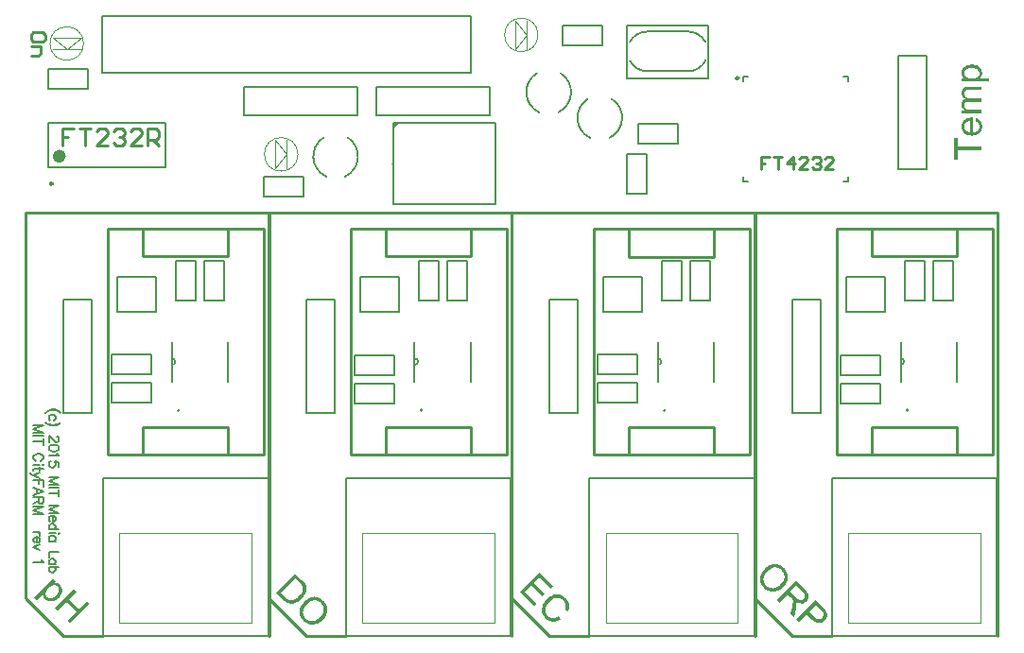
<source format=gto>
%FSLAX25Y25*%
%MOIN*%
G70*
G01*
G75*
%ADD10R,0.04331X0.05512*%
%ADD11R,0.05512X0.04331*%
%ADD12R,0.07900X0.05900*%
%ADD13R,0.07900X0.15000*%
%ADD14R,0.04000X0.05000*%
%ADD15R,0.13780X0.04724*%
%ADD16R,0.05000X0.03600*%
%ADD17R,0.03600X0.03600*%
%ADD18R,0.05000X0.04000*%
%ADD19R,0.02362X0.06102*%
%ADD20O,0.01378X0.08268*%
%ADD21R,0.17716X0.17716*%
%ADD22O,0.00984X0.02953*%
%ADD23O,0.02953X0.00984*%
%ADD24C,0.01000*%
%ADD25C,0.02500*%
%ADD26R,0.06200X0.06200*%
%ADD27C,0.06200*%
%ADD28C,0.05315*%
%ADD29R,0.05315X0.05315*%
%ADD30R,0.06200X0.06200*%
%ADD31C,0.12992*%
%ADD32C,0.06500*%
%ADD33C,0.03000*%
%ADD34C,0.01500*%
%ADD35C,0.02000*%
%ADD36R,0.20965X0.19882*%
%ADD37C,0.00787*%
%ADD38C,0.00500*%
%ADD39C,0.00400*%
%ADD40C,0.00600*%
%ADD41C,0.00984*%
%ADD42C,0.02362*%
%ADD43C,0.00098*%
%ADD44C,0.00098*%
G36*
X202335Y114312D02*
X202497Y114292D01*
X202689Y114261D01*
X202911Y114221D01*
X203143Y114170D01*
X203386Y114090D01*
X203648Y114009D01*
X203921Y113898D01*
X204204Y113756D01*
X204486Y113595D01*
X204769Y113413D01*
X205052Y113191D01*
X205324Y112938D01*
X205334Y112928D01*
X205365Y112898D01*
X205415Y112847D01*
X205476Y112767D01*
X205557Y112686D01*
X205637Y112585D01*
X205728Y112454D01*
X205829Y112312D01*
X206041Y111999D01*
X206243Y111636D01*
X206425Y111232D01*
X206506Y111010D01*
X206566Y110788D01*
X206576Y110777D01*
Y110737D01*
X206587Y110667D01*
X206607Y110586D01*
X206627Y110465D01*
X206647Y110343D01*
X206667Y110040D01*
X206677Y109667D01*
X206657Y109263D01*
X206587Y108829D01*
X206465Y108384D01*
X206455Y108374D01*
X206445Y108324D01*
X206425Y108263D01*
X206384Y108183D01*
X206334Y108071D01*
X206284Y107940D01*
X206213Y107809D01*
X206132Y107647D01*
X206051Y107486D01*
X205940Y107314D01*
X205829Y107122D01*
X205698Y106930D01*
X205395Y106547D01*
X205042Y106153D01*
X205031Y106143D01*
X204991Y106102D01*
X204941Y106052D01*
X204860Y105991D01*
X204769Y105900D01*
X204648Y105799D01*
X204527Y105699D01*
X204375Y105587D01*
X204042Y105355D01*
X203648Y105123D01*
X203224Y104901D01*
X202770Y104729D01*
X202760Y104719D01*
X202719D01*
X202648Y104689D01*
X202558Y104679D01*
X202447Y104648D01*
X202325Y104628D01*
X202012Y104578D01*
X201639Y104547D01*
X201235D01*
X200801Y104578D01*
X200356Y104679D01*
X200346Y104689D01*
X200306D01*
X200235Y104719D01*
X200165Y104749D01*
X200063Y104790D01*
X199932Y104840D01*
X199801Y104891D01*
X199660Y104972D01*
X199498Y105052D01*
X199337Y105133D01*
X198983Y105345D01*
X198640Y105608D01*
X198296Y105911D01*
X198286Y105921D01*
X198256Y105951D01*
X198206Y106001D01*
X198145Y106082D01*
X198054Y106173D01*
X197973Y106274D01*
X197882Y106405D01*
X197782Y106547D01*
X197559Y106870D01*
X197347Y107243D01*
X197166Y107647D01*
X197085Y107870D01*
X197024Y108092D01*
Y108112D01*
X197014Y108142D01*
X197004Y108213D01*
X196984Y108293D01*
X196974Y108405D01*
X196964Y108536D01*
X196933Y108849D01*
Y109212D01*
X196953Y109616D01*
X197024Y110050D01*
X197145Y110495D01*
X197155Y110505D01*
X197166Y110555D01*
X197196Y110606D01*
X197226Y110697D01*
X197266Y110798D01*
X197327Y110919D01*
X197398Y111050D01*
X197468Y111202D01*
X197549Y111363D01*
X197650Y111525D01*
X197882Y111878D01*
X198155Y112232D01*
X198468Y112585D01*
X198488Y112605D01*
X198539Y112656D01*
X198640Y112736D01*
X198761Y112858D01*
X198923Y112979D01*
X199104Y113120D01*
X199316Y113272D01*
X199538Y113433D01*
X199801Y113595D01*
X200074Y113746D01*
X200366Y113898D01*
X200679Y114029D01*
X201003Y114150D01*
X201326Y114231D01*
X201669Y114292D01*
X202022Y114322D01*
X202204D01*
X202335Y114312D01*
D02*
G37*
G36*
X364697Y125905D02*
X364858Y125885D01*
X365050Y125854D01*
X365272Y125814D01*
X365504Y125763D01*
X365747Y125683D01*
X366009Y125602D01*
X366282Y125491D01*
X366565Y125349D01*
X366847Y125188D01*
X367130Y125006D01*
X367413Y124784D01*
X367685Y124531D01*
X367695Y124521D01*
X367726Y124491D01*
X367776Y124441D01*
X367837Y124360D01*
X367918Y124279D01*
X367998Y124178D01*
X368089Y124047D01*
X368190Y123906D01*
X368402Y123592D01*
X368604Y123229D01*
X368786Y122825D01*
X368867Y122603D01*
X368927Y122381D01*
X368937Y122371D01*
Y122330D01*
X368948Y122260D01*
X368968Y122179D01*
X368988Y122058D01*
X369008Y121937D01*
X369028Y121634D01*
X369039Y121260D01*
X369018Y120856D01*
X368948Y120422D01*
X368826Y119978D01*
X368816Y119967D01*
X368806Y119917D01*
X368786Y119856D01*
X368746Y119776D01*
X368695Y119665D01*
X368645Y119533D01*
X368574Y119402D01*
X368493Y119240D01*
X368412Y119079D01*
X368301Y118907D01*
X368190Y118715D01*
X368059Y118524D01*
X367756Y118140D01*
X367403Y117746D01*
X367393Y117736D01*
X367352Y117695D01*
X367302Y117645D01*
X367221Y117585D01*
X367130Y117494D01*
X367009Y117393D01*
X366888Y117292D01*
X366736Y117181D01*
X366403Y116948D01*
X366009Y116716D01*
X365585Y116494D01*
X365131Y116322D01*
X365121Y116312D01*
X365080D01*
X365010Y116282D01*
X364919Y116272D01*
X364808Y116242D01*
X364686Y116221D01*
X364373Y116171D01*
X364000Y116140D01*
X363596D01*
X363162Y116171D01*
X362718Y116272D01*
X362707Y116282D01*
X362667D01*
X362596Y116312D01*
X362526Y116342D01*
X362425Y116383D01*
X362293Y116433D01*
X362162Y116484D01*
X362021Y116565D01*
X361859Y116645D01*
X361698Y116726D01*
X361344Y116938D01*
X361001Y117201D01*
X360658Y117504D01*
X360648Y117514D01*
X360617Y117544D01*
X360567Y117595D01*
X360506Y117675D01*
X360415Y117766D01*
X360334Y117867D01*
X360244Y117999D01*
X360143Y118140D01*
X359920Y118463D01*
X359708Y118837D01*
X359527Y119240D01*
X359446Y119463D01*
X359385Y119685D01*
Y119705D01*
X359375Y119735D01*
X359365Y119806D01*
X359345Y119887D01*
X359335Y119998D01*
X359325Y120129D01*
X359294Y120442D01*
Y120806D01*
X359315Y121209D01*
X359385Y121644D01*
X359506Y122088D01*
X359517Y122098D01*
X359527Y122149D01*
X359557Y122199D01*
X359587Y122290D01*
X359628Y122391D01*
X359688Y122512D01*
X359759Y122643D01*
X359830Y122795D01*
X359910Y122956D01*
X360011Y123118D01*
X360244Y123471D01*
X360516Y123825D01*
X360829Y124178D01*
X360849Y124198D01*
X360900Y124249D01*
X361001Y124330D01*
X361122Y124451D01*
X361284Y124572D01*
X361465Y124713D01*
X361677Y124865D01*
X361900Y125026D01*
X362162Y125188D01*
X362435Y125339D01*
X362728Y125491D01*
X363041Y125622D01*
X363364Y125743D01*
X363687Y125824D01*
X364030Y125885D01*
X364384Y125915D01*
X364565D01*
X364697Y125905D01*
D02*
G37*
G36*
X118333Y116223D02*
X115536Y113426D01*
X119060Y109902D01*
X121857Y112699D01*
X122756Y111800D01*
X115960Y105004D01*
X115062Y105903D01*
X118263Y109104D01*
X114739Y112628D01*
X111538Y109427D01*
X110639Y110326D01*
X117435Y117121D01*
X118333Y116223D01*
D02*
G37*
G36*
X197711Y120309D02*
X197721Y120299D01*
X197751Y120269D01*
X197792Y120229D01*
X197842Y120178D01*
X197913Y120108D01*
X197983Y120037D01*
X198155Y119845D01*
X198337Y119643D01*
X198519Y119421D01*
X198680Y119199D01*
X198821Y118997D01*
X198832Y118987D01*
X198842Y118956D01*
X198872Y118926D01*
X198892Y118866D01*
X198973Y118724D01*
X199054Y118543D01*
X199155Y118320D01*
X199225Y118068D01*
X199296Y117795D01*
X199337Y117513D01*
X199347Y117502D01*
X199337Y117472D01*
Y117412D01*
X199347Y117341D01*
X199337Y117149D01*
X199326Y116897D01*
X199286Y116594D01*
X199225Y116271D01*
X199114Y115917D01*
X198973Y115554D01*
X198963Y115543D01*
X198953Y115513D01*
X198933Y115453D01*
X198892Y115392D01*
X198842Y115301D01*
X198791Y115190D01*
X198721Y115079D01*
X198650Y114948D01*
X198549Y114806D01*
X198448Y114665D01*
X198226Y114342D01*
X197953Y114009D01*
X197630Y113665D01*
X197620Y113655D01*
X197600Y113635D01*
X197559Y113595D01*
X197499Y113534D01*
X197418Y113474D01*
X197347Y113403D01*
X197145Y113221D01*
X196913Y113029D01*
X196641Y112837D01*
X196368Y112646D01*
X196075Y112474D01*
X196065Y112464D01*
X196035Y112454D01*
X195994Y112434D01*
X195944Y112403D01*
X195792Y112332D01*
X195610Y112252D01*
X195378Y112161D01*
X195136Y112080D01*
X194873Y111999D01*
X194621Y111949D01*
X194591Y111939D01*
X194510D01*
X194369Y111918D01*
X194217Y111908D01*
X194025Y111898D01*
X193803D01*
X193581Y111918D01*
X193369Y111949D01*
X193349D01*
X193268Y111969D01*
X193157Y111999D01*
X193026Y112050D01*
X192844Y112110D01*
X192652Y112201D01*
X192450Y112302D01*
X192228Y112423D01*
X192218Y112434D01*
X192208Y112444D01*
X192167Y112464D01*
X192127Y112484D01*
X192016Y112575D01*
X191864Y112686D01*
X191683Y112827D01*
X191481Y112989D01*
X191259Y113191D01*
X191026Y113403D01*
X188583Y115847D01*
X195378Y122642D01*
X197711Y120309D01*
D02*
G37*
G36*
X286319Y118020D02*
X285522Y117222D01*
X281503Y121241D01*
X279423Y119161D01*
X283189Y115394D01*
X282392Y114597D01*
X278625Y118363D01*
X276303Y116041D01*
X280483Y111860D01*
X279685Y111063D01*
X274606Y116142D01*
X281402Y122937D01*
X286319Y118020D01*
D02*
G37*
G36*
X288288Y115122D02*
X288723Y115031D01*
X288733Y115021D01*
X288773D01*
X288834Y115001D01*
X288914Y114960D01*
X289025Y114930D01*
X289137Y114880D01*
X289278Y114819D01*
X289419Y114758D01*
X289571Y114667D01*
X289732Y114587D01*
X290086Y114375D01*
X290429Y114112D01*
X290782Y113799D01*
X290793Y113789D01*
X290833Y113749D01*
X290883Y113698D01*
X290944Y113617D01*
X291025Y113516D01*
X291116Y113405D01*
X291217Y113284D01*
X291328Y113133D01*
X291520Y112800D01*
X291722Y112416D01*
X291802Y112214D01*
X291873Y112002D01*
X291934Y111780D01*
X291974Y111557D01*
Y111537D01*
X291984Y111507D01*
X291994Y111436D01*
Y111355D01*
Y111234D01*
Y111113D01*
X291984Y110962D01*
Y110800D01*
X291964Y110618D01*
X291934Y110426D01*
X291903Y110235D01*
X291853Y110023D01*
X291792Y109801D01*
X291711Y109578D01*
X291611Y109356D01*
X291499Y109124D01*
X290399Y109801D01*
X290409Y109811D01*
X290419Y109841D01*
X290449Y109891D01*
X290480Y109962D01*
X290510Y110053D01*
X290550Y110154D01*
X290631Y110396D01*
X290712Y110659D01*
X290772Y110962D01*
X290803Y111275D01*
X290782Y111578D01*
X290772Y111608D01*
X290752Y111709D01*
X290722Y111860D01*
X290651Y112052D01*
X290550Y112274D01*
X290419Y112527D01*
X290237Y112789D01*
X290005Y113042D01*
X289995Y113052D01*
X289975Y113072D01*
X289924Y113123D01*
X289864Y113163D01*
X289793Y113234D01*
X289712Y113294D01*
X289500Y113446D01*
X289248Y113617D01*
X288955Y113769D01*
X288652Y113890D01*
X288309Y113971D01*
X288299Y113981D01*
X288268Y113971D01*
X288157Y113981D01*
X287975Y114001D01*
X287753D01*
X287481Y113971D01*
X287188Y113920D01*
X286875Y113829D01*
X286562Y113698D01*
X286552Y113688D01*
X286521Y113678D01*
X286481Y113658D01*
X286420Y113617D01*
X286350Y113587D01*
X286259Y113537D01*
X286067Y113405D01*
X285825Y113244D01*
X285562Y113062D01*
X285310Y112850D01*
X285047Y112608D01*
X285037Y112598D01*
X285007Y112567D01*
X284966Y112527D01*
X284906Y112466D01*
X284835Y112375D01*
X284744Y112285D01*
X284663Y112183D01*
X284562Y112062D01*
X284361Y111800D01*
X284148Y111487D01*
X283957Y111174D01*
X283785Y110841D01*
X283775Y110830D01*
X283765Y110800D01*
X283755Y110750D01*
X283734Y110689D01*
X283674Y110507D01*
X283613Y110285D01*
X283563Y110013D01*
X283543Y109730D01*
Y109407D01*
X283593Y109094D01*
X283603Y109084D01*
Y109063D01*
X283613Y109013D01*
X283633Y108952D01*
X283694Y108791D01*
X283785Y108599D01*
X283896Y108367D01*
X284047Y108114D01*
X284219Y107862D01*
X284441Y107620D01*
X284451Y107609D01*
X284472Y107589D01*
X284512Y107549D01*
X284573Y107508D01*
X284643Y107438D01*
X284724Y107377D01*
X284936Y107226D01*
X285189Y107094D01*
X285471Y106953D01*
X285804Y106842D01*
X285966Y106802D01*
X286148Y106781D01*
X286410D01*
X286501Y106791D01*
X286754Y106822D01*
X287056Y106882D01*
X287400Y106983D01*
X287773Y107135D01*
X288157Y107357D01*
X288824Y106226D01*
X288813Y106216D01*
X288763Y106186D01*
X288692Y106155D01*
X288591Y106095D01*
X288460Y106044D01*
X288309Y105974D01*
X288157Y105903D01*
X287965Y105832D01*
X287551Y105701D01*
X287107Y105600D01*
X286855Y105570D01*
X286612Y105550D01*
X286360Y105539D01*
X286117Y105560D01*
X286097D01*
X286067Y105570D01*
X285996Y105580D01*
X285895Y105600D01*
X285784Y105630D01*
X285643Y105671D01*
X285502Y105711D01*
X285330Y105782D01*
X285148Y105842D01*
X284956Y105933D01*
X284764Y106024D01*
X284562Y106145D01*
X284350Y106277D01*
X284148Y106418D01*
X283946Y106600D01*
X283745Y106781D01*
X283734Y106791D01*
X283694Y106832D01*
X283644Y106882D01*
X283573Y106973D01*
X283482Y107064D01*
X283381Y107185D01*
X283280Y107327D01*
X283169Y107478D01*
X282937Y107811D01*
X282715Y108195D01*
X282533Y108599D01*
X282452Y108801D01*
X282402Y109013D01*
Y109033D01*
X282392Y109063D01*
Y109124D01*
X282371Y109205D01*
X282361Y109316D01*
X282351Y109427D01*
Y109730D01*
X282361Y110083D01*
X282402Y110487D01*
X282492Y110901D01*
X282644Y111355D01*
X282654Y111366D01*
X282674Y111406D01*
X282694Y111467D01*
X282745Y111557D01*
X282785Y111658D01*
X282856Y111790D01*
X282927Y111921D01*
X283017Y112072D01*
X283108Y112244D01*
X283220Y112416D01*
X283482Y112779D01*
X283775Y113153D01*
X284118Y113537D01*
X284128Y113547D01*
X284169Y113587D01*
X284219Y113638D01*
X284310Y113708D01*
X284401Y113799D01*
X284512Y113890D01*
X284643Y114001D01*
X284795Y114112D01*
X285138Y114355D01*
X285522Y114597D01*
X285936Y114809D01*
X286370Y114980D01*
X286380Y114991D01*
X286420D01*
X286481Y115011D01*
X286572Y115041D01*
X286683Y115051D01*
X286814Y115082D01*
X287107Y115132D01*
X287460Y115162D01*
X287864D01*
X288288Y115122D01*
D02*
G37*
G36*
X374996Y116979D02*
X375006Y116969D01*
X375036Y116938D01*
X375087Y116888D01*
X375148Y116827D01*
X375208Y116746D01*
X375299Y116656D01*
X375491Y116443D01*
X375683Y116191D01*
X375874Y115939D01*
X376046Y115666D01*
X376117Y115535D01*
X376177Y115413D01*
X376187Y115403D01*
Y115383D01*
X376228Y115302D01*
X376258Y115171D01*
X376299Y114989D01*
X376329Y114777D01*
X376349Y114535D01*
X376339Y114283D01*
X376289Y114010D01*
X376278Y113980D01*
X376258Y113879D01*
X376208Y113747D01*
X376137Y113556D01*
X376036Y113354D01*
X375915Y113131D01*
X375753Y112909D01*
X375561Y112697D01*
X375551Y112687D01*
X375531Y112667D01*
X375491Y112627D01*
X375430Y112586D01*
X375370Y112526D01*
X375289Y112465D01*
X375077Y112334D01*
X374834Y112192D01*
X374542Y112081D01*
X374219Y111980D01*
X374037Y111960D01*
X373865Y111950D01*
X373764D01*
X373693Y111960D01*
X373603Y111970D01*
X373502Y111990D01*
X373380Y112011D01*
X373249Y112041D01*
X373098Y112091D01*
X372936Y112132D01*
X372764Y112203D01*
X372583Y112283D01*
X372401Y112384D01*
X372199Y112485D01*
X372007Y112617D01*
X371795Y112768D01*
X371805Y112738D01*
X371825Y112677D01*
X371856Y112586D01*
X371886Y112455D01*
X371967Y112172D01*
X371977Y112021D01*
X371997Y111879D01*
Y111839D01*
X372007Y111748D01*
X371997Y111597D01*
X371987Y111385D01*
X371967Y111142D01*
X371936Y110870D01*
X371896Y110567D01*
X371835Y110244D01*
X371169Y107214D01*
X370048Y108335D01*
X370553Y110637D01*
X370563Y110647D01*
Y110688D01*
X370573Y110738D01*
X370583Y110809D01*
X370624Y110991D01*
X370674Y111223D01*
X370725Y111476D01*
X370765Y111738D01*
X370806Y112001D01*
X370836Y112233D01*
Y112253D01*
X370846Y112324D01*
X370856Y112435D01*
X370866Y112566D01*
X370876Y112859D01*
X370856Y113000D01*
X370836Y113142D01*
Y113162D01*
X370826Y113192D01*
X370806Y113253D01*
X370775Y113344D01*
X370705Y113535D01*
X370604Y113737D01*
X370594Y113747D01*
X370583Y113778D01*
X370543Y113818D01*
X370503Y113879D01*
X370442Y113960D01*
X370361Y114040D01*
X370270Y114151D01*
X370149Y114272D01*
X369109Y115313D01*
X366090Y112293D01*
X365191Y113192D01*
X371987Y119988D01*
X374996Y116979D01*
D02*
G37*
G36*
X381388Y110587D02*
X381398Y110577D01*
X381418Y110557D01*
X381448Y110526D01*
X381499Y110476D01*
X381620Y110355D01*
X381761Y110193D01*
X381913Y110021D01*
X382074Y109840D01*
X382226Y109648D01*
X382347Y109486D01*
X382357Y109476D01*
X382367Y109466D01*
X382407Y109385D01*
X382488Y109264D01*
X382569Y109123D01*
X382660Y108951D01*
X382751Y108759D01*
X382821Y108547D01*
X382872Y108335D01*
X382882Y108305D01*
X382892Y108234D01*
X382902Y108123D01*
Y107962D01*
X382892Y107790D01*
X382872Y107588D01*
X382832Y107366D01*
X382761Y107134D01*
X382751Y107103D01*
X382721Y107033D01*
X382670Y106901D01*
X382599Y106750D01*
X382488Y106578D01*
X382377Y106386D01*
X382216Y106184D01*
X382044Y105992D01*
X382034Y105982D01*
X382004Y105952D01*
X381963Y105912D01*
X381893Y105861D01*
X381802Y105791D01*
X381711Y105720D01*
X381590Y105639D01*
X381469Y105558D01*
X381176Y105387D01*
X380832Y105245D01*
X380641Y105175D01*
X380438Y105134D01*
X380237Y105094D01*
X380025Y105084D01*
X379964D01*
X379913Y105094D01*
X379823Y105104D01*
X379712Y105114D01*
X379580Y105144D01*
X379439Y105185D01*
X379277Y105245D01*
X379085Y105316D01*
X378894Y105407D01*
X378682Y105518D01*
X378449Y105649D01*
X378207Y105811D01*
X377965Y106013D01*
X377712Y106225D01*
X377440Y106477D01*
X375703Y108214D01*
X372936Y105447D01*
X372037Y106346D01*
X378833Y113142D01*
X381388Y110587D01*
D02*
G37*
G36*
X434217Y283382D02*
Y278184D01*
X434274D01*
X434331Y278199D01*
X434403D01*
X434503Y278213D01*
X434617Y278227D01*
X434874Y278284D01*
X435160Y278370D01*
X435445Y278484D01*
X435731Y278627D01*
X435988Y278827D01*
X436016Y278855D01*
X436088Y278927D01*
X436173Y279055D01*
X436288Y279227D01*
X436402Y279441D01*
X436488Y279684D01*
X436559Y279969D01*
X436588Y280283D01*
Y280298D01*
Y280312D01*
Y280398D01*
X436573Y280512D01*
X436545Y280669D01*
X436502Y280840D01*
X436445Y281026D01*
X436373Y281212D01*
X436259Y281397D01*
X436245Y281412D01*
X436188Y281469D01*
X436116Y281554D01*
X435988Y281669D01*
X435845Y281783D01*
X435645Y281911D01*
X435417Y282026D01*
X435160Y282140D01*
X435317Y283354D01*
X435331D01*
X435359Y283339D01*
X435417Y283325D01*
X435488Y283296D01*
X435588Y283268D01*
X435688Y283225D01*
X435931Y283111D01*
X436188Y282968D01*
X436473Y282782D01*
X436730Y282554D01*
X436973Y282283D01*
Y282268D01*
X437002Y282254D01*
X437030Y282197D01*
X437059Y282140D01*
X437102Y282068D01*
X437159Y281968D01*
X437216Y281869D01*
X437259Y281740D01*
X437373Y281454D01*
X437473Y281112D01*
X437530Y280712D01*
X437559Y280283D01*
Y280269D01*
Y280212D01*
Y280141D01*
X437544Y280026D01*
X437530Y279898D01*
X437516Y279755D01*
X437487Y279584D01*
X437444Y279412D01*
X437330Y279027D01*
X437259Y278813D01*
X437173Y278613D01*
X437059Y278413D01*
X436930Y278213D01*
X436788Y278027D01*
X436630Y277856D01*
X436616Y277841D01*
X436588Y277813D01*
X436530Y277770D01*
X436459Y277713D01*
X436359Y277656D01*
X436245Y277570D01*
X436102Y277499D01*
X435945Y277413D01*
X435774Y277327D01*
X435574Y277256D01*
X435359Y277170D01*
X435117Y277113D01*
X434860Y277056D01*
X434588Y277013D01*
X434303Y276985D01*
X433989Y276970D01*
X433817D01*
X433703Y276985D01*
X433546Y276999D01*
X433375Y277013D01*
X433189Y277042D01*
X432975Y277085D01*
X432546Y277185D01*
X432318Y277270D01*
X432089Y277356D01*
X431861Y277456D01*
X431647Y277570D01*
X431432Y277713D01*
X431247Y277870D01*
X431233Y277884D01*
X431204Y277913D01*
X431161Y277970D01*
X431090Y278027D01*
X431018Y278127D01*
X430933Y278227D01*
X430847Y278356D01*
X430761Y278498D01*
X430676Y278656D01*
X430576Y278841D01*
X430504Y279027D01*
X430433Y279241D01*
X430362Y279455D01*
X430319Y279698D01*
X430290Y279955D01*
X430276Y280212D01*
Y280226D01*
Y280269D01*
Y280341D01*
X430290Y280440D01*
X430304Y280569D01*
X430333Y280697D01*
X430362Y280855D01*
X430390Y281026D01*
X430504Y281383D01*
X430590Y281569D01*
X430676Y281768D01*
X430790Y281954D01*
X430919Y282140D01*
X431061Y282325D01*
X431233Y282497D01*
X431247Y282511D01*
X431276Y282540D01*
X431333Y282582D01*
X431404Y282640D01*
X431504Y282711D01*
X431618Y282782D01*
X431761Y282868D01*
X431918Y282954D01*
X432104Y283025D01*
X432304Y283111D01*
X432518Y283182D01*
X432761Y283254D01*
X433018Y283311D01*
X433289Y283354D01*
X433589Y283382D01*
X433903Y283396D01*
X434089D01*
X434217Y283382D01*
D02*
G37*
G36*
X428919Y273043D02*
X437402D01*
Y271773D01*
X428919D01*
Y268602D01*
X427791D01*
Y276214D01*
X428919D01*
Y273043D01*
D02*
G37*
G36*
X434146Y302046D02*
X434260D01*
X434517Y302018D01*
X434817Y301960D01*
X435145Y301903D01*
X435474Y301803D01*
X435802Y301675D01*
X435816D01*
X435845Y301661D01*
X435888Y301632D01*
X435945Y301603D01*
X436102Y301518D01*
X436288Y301389D01*
X436502Y301232D01*
X436716Y301046D01*
X436930Y300818D01*
X437116Y300561D01*
Y300547D01*
X437130Y300532D01*
X437159Y300490D01*
X437187Y300432D01*
X437259Y300290D01*
X437330Y300090D01*
X437416Y299861D01*
X437487Y299604D01*
X437544Y299319D01*
X437559Y299019D01*
Y298990D01*
Y298919D01*
X437544Y298805D01*
X437530Y298662D01*
X437501Y298505D01*
X437459Y298333D01*
X437402Y298148D01*
X437316Y297962D01*
X437302Y297948D01*
X437273Y297891D01*
X437216Y297805D01*
X437145Y297691D01*
X437059Y297576D01*
X436945Y297448D01*
X436830Y297319D01*
X436688Y297205D01*
X440072D01*
Y296020D01*
X430433D01*
Y297105D01*
X431347D01*
X431318Y297119D01*
X431261Y297177D01*
X431161Y297248D01*
X431047Y297348D01*
X430919Y297477D01*
X430790Y297619D01*
X430661Y297776D01*
X430547Y297948D01*
X430533Y297976D01*
X430504Y298033D01*
X430462Y298133D01*
X430404Y298276D01*
X430362Y298448D01*
X430319Y298647D01*
X430290Y298876D01*
X430276Y299119D01*
Y299133D01*
Y299162D01*
Y299204D01*
Y299261D01*
X430290Y299347D01*
X430304Y299433D01*
X430333Y299647D01*
X430390Y299890D01*
X430476Y300147D01*
X430590Y300418D01*
X430747Y300675D01*
Y300690D01*
X430761Y300704D01*
X430833Y300789D01*
X430933Y300904D01*
X431075Y301061D01*
X431261Y301232D01*
X431490Y301403D01*
X431747Y301561D01*
X432047Y301703D01*
X432061D01*
X432089Y301718D01*
X432132Y301732D01*
X432189Y301761D01*
X432275Y301789D01*
X432361Y301818D01*
X432589Y301889D01*
X432861Y301946D01*
X433160Y302003D01*
X433503Y302046D01*
X433874Y302060D01*
X434060D01*
X434146Y302046D01*
D02*
G37*
G36*
X437402Y293107D02*
X432775D01*
X432632Y293093D01*
X432461Y293078D01*
X432289Y293064D01*
X432132Y293035D01*
X432004Y292993D01*
X431989D01*
X431947Y292964D01*
X431889Y292935D01*
X431818Y292893D01*
X431747Y292835D01*
X431661Y292764D01*
X431575Y292678D01*
X431504Y292579D01*
X431490Y292564D01*
X431475Y292521D01*
X431447Y292464D01*
X431404Y292379D01*
X431361Y292279D01*
X431333Y292150D01*
X431318Y292022D01*
X431304Y291864D01*
Y291850D01*
Y291836D01*
X431318Y291750D01*
X431333Y291607D01*
X431361Y291436D01*
X431432Y291250D01*
X431518Y291036D01*
X431632Y290836D01*
X431804Y290636D01*
X431832Y290622D01*
X431889Y290565D01*
X432018Y290479D01*
X432175Y290394D01*
X432404Y290308D01*
X432661Y290222D01*
X432989Y290165D01*
X433360Y290151D01*
X437402D01*
Y288966D01*
X432761D01*
X432618Y288951D01*
X432446Y288937D01*
X432261Y288894D01*
X432061Y288851D01*
X431875Y288780D01*
X431704Y288680D01*
X431690Y288666D01*
X431647Y288623D01*
X431575Y288551D01*
X431504Y288452D01*
X431432Y288323D01*
X431361Y288166D01*
X431318Y287966D01*
X431304Y287738D01*
Y287709D01*
Y287652D01*
X431318Y287552D01*
X431333Y287438D01*
X431375Y287295D01*
X431418Y287138D01*
X431490Y286966D01*
X431575Y286809D01*
X431590Y286795D01*
X431618Y286738D01*
X431690Y286667D01*
X431761Y286581D01*
X431875Y286481D01*
X432004Y286381D01*
X432161Y286281D01*
X432346Y286195D01*
X432375Y286181D01*
X432432Y286167D01*
X432561Y286138D01*
X432718Y286110D01*
X432918Y286067D01*
X433175Y286038D01*
X433460Y286024D01*
X433803Y286010D01*
X437402D01*
Y284824D01*
X430433D01*
Y285881D01*
X431418D01*
X431390Y285895D01*
X431333Y285938D01*
X431233Y286010D01*
X431118Y286110D01*
X430990Y286238D01*
X430847Y286381D01*
X430719Y286567D01*
X430590Y286752D01*
X430576Y286781D01*
X430547Y286852D01*
X430490Y286966D01*
X430433Y287123D01*
X430376Y287309D01*
X430319Y287523D01*
X430290Y287752D01*
X430276Y288009D01*
Y288023D01*
Y288037D01*
Y288080D01*
Y288137D01*
X430290Y288280D01*
X430319Y288452D01*
X430362Y288651D01*
X430419Y288866D01*
X430490Y289066D01*
X430604Y289265D01*
X430619Y289294D01*
X430661Y289351D01*
X430733Y289437D01*
X430833Y289537D01*
X430961Y289665D01*
X431118Y289780D01*
X431304Y289894D01*
X431504Y289980D01*
X431490Y289994D01*
X431447Y290022D01*
X431390Y290065D01*
X431318Y290137D01*
X431218Y290208D01*
X431118Y290308D01*
X431004Y290422D01*
X430890Y290565D01*
X430776Y290708D01*
X430661Y290865D01*
X430561Y291051D01*
X430462Y291236D01*
X430390Y291450D01*
X430333Y291665D01*
X430290Y291893D01*
X430276Y292136D01*
Y292150D01*
Y292179D01*
Y292236D01*
X430290Y292307D01*
Y292393D01*
X430304Y292493D01*
X430347Y292721D01*
X430419Y292978D01*
X430519Y293250D01*
X430661Y293507D01*
X430861Y293735D01*
X430890Y293764D01*
X430976Y293821D01*
X431104Y293906D01*
X431290Y294021D01*
X431547Y294121D01*
X431690Y294164D01*
X431847Y294206D01*
X432018Y294235D01*
X432218Y294264D01*
X432418Y294292D01*
X437402D01*
Y293107D01*
D02*
G37*
G36*
X110912Y119908D02*
X110265Y119262D01*
X110296Y119272D01*
X110376D01*
X110497Y119292D01*
X110649Y119302D01*
X110831D01*
X111023Y119292D01*
X111224Y119272D01*
X111426Y119232D01*
X111457Y119222D01*
X111517Y119201D01*
X111618Y119161D01*
X111760Y119100D01*
X111911Y119009D01*
X112083Y118898D01*
X112265Y118757D01*
X112446Y118596D01*
X112456Y118585D01*
X112477Y118565D01*
X112507Y118535D01*
X112547Y118495D01*
X112598Y118424D01*
X112648Y118353D01*
X112780Y118182D01*
X112911Y117970D01*
X113032Y117727D01*
X113143Y117455D01*
X113214Y117162D01*
X113224Y117152D01*
Y117131D01*
X113234Y117020D01*
X113244Y116869D01*
X113254Y116657D01*
X113244Y116404D01*
X113204Y116122D01*
X113133Y115829D01*
X113022Y115516D01*
X113012Y115506D01*
X113002Y115475D01*
X112981Y115435D01*
X112961Y115374D01*
X112921Y115294D01*
X112881Y115213D01*
X112769Y115001D01*
X112618Y114769D01*
X112446Y114516D01*
X112234Y114243D01*
X111982Y113971D01*
X111972Y113961D01*
X111952Y113941D01*
X111911Y113900D01*
X111851Y113840D01*
X111780Y113789D01*
X111699Y113708D01*
X111497Y113547D01*
X111245Y113375D01*
X110972Y113183D01*
X110669Y113022D01*
X110346Y112880D01*
X110336Y112870D01*
X110306Y112860D01*
X110255Y112850D01*
X110195Y112830D01*
X110023Y112779D01*
X109801Y112739D01*
X109538Y112699D01*
X109256Y112678D01*
X108942Y112689D01*
X108630Y112739D01*
X108619Y112749D01*
X108599D01*
X108549Y112759D01*
X108488Y112779D01*
X108337Y112830D01*
X108145Y112921D01*
X107923Y113022D01*
X107690Y113153D01*
X107448Y113314D01*
X107226Y113516D01*
X107206Y113537D01*
X107155Y113587D01*
X107085Y113678D01*
X106994Y113789D01*
X106903Y113920D01*
X106812Y114072D01*
X106721Y114243D01*
X106650Y114435D01*
Y114455D01*
X106630Y114516D01*
X106610Y114617D01*
X106580Y114748D01*
X106560Y114890D01*
X106549Y115061D01*
X106539Y115233D01*
X106560Y115415D01*
X104166Y113022D01*
X103328Y113860D01*
X110144Y120676D01*
X110912Y119908D01*
D02*
G37*
%LPC*%
G36*
X378934Y111445D02*
X376501Y109012D01*
X378247Y107265D01*
X378257Y107255D01*
X378288Y107224D01*
X378328Y107184D01*
X378399Y107134D01*
X378469Y107063D01*
X378560Y106992D01*
X378772Y106820D01*
X379015Y106659D01*
X379277Y106518D01*
X379530Y106406D01*
X379671Y106366D01*
X379802Y106356D01*
X379924D01*
X380055Y106366D01*
X380226Y106396D01*
X380418Y106467D01*
X380641Y106568D01*
X380863Y106710D01*
X381085Y106891D01*
X381095Y106901D01*
X381105Y106911D01*
X381155Y106962D01*
X381226Y107053D01*
X381307Y107174D01*
X381408Y107315D01*
X381489Y107477D01*
X381549Y107659D01*
X381600Y107851D01*
Y107871D01*
X381610Y107941D01*
X381620Y108032D01*
X381610Y108163D01*
X381600Y108315D01*
X381580Y108476D01*
X381509Y108648D01*
X381438Y108820D01*
X381428Y108830D01*
X381408Y108870D01*
X381357Y108941D01*
X381277Y109042D01*
X381176Y109163D01*
X381044Y109315D01*
X380873Y109506D01*
X380661Y109719D01*
X378934Y111445D01*
D02*
G37*
G36*
X195479Y120946D02*
X190279Y115745D01*
X191723Y114302D01*
X191733Y114292D01*
X191753Y114271D01*
X191784Y114241D01*
X191834Y114190D01*
X191965Y114079D01*
X192127Y113938D01*
X192299Y113787D01*
X192500Y113625D01*
X192702Y113484D01*
X192894Y113373D01*
X192925Y113363D01*
X192975Y113332D01*
X193076Y113292D01*
X193207Y113241D01*
X193359Y113191D01*
X193520Y113150D01*
X193692Y113120D01*
X193864Y113110D01*
X193894Y113120D01*
X193975D01*
X194106Y113130D01*
X194278Y113161D01*
X194480Y113201D01*
X194702Y113261D01*
X194954Y113352D01*
X195217Y113474D01*
X195227Y113484D01*
X195257Y113494D01*
X195298Y113514D01*
X195348Y113544D01*
X195409Y113585D01*
X195489Y113625D01*
X195681Y113756D01*
X195903Y113918D01*
X196156Y114110D01*
X196428Y114342D01*
X196711Y114604D01*
X196721Y114615D01*
X196762Y114655D01*
X196812Y114705D01*
X196873Y114786D01*
X196964Y114877D01*
X197065Y114998D01*
X197166Y115119D01*
X197277Y115251D01*
X197489Y115564D01*
X197701Y115897D01*
X197882Y116240D01*
X197943Y116422D01*
X197994Y116594D01*
X198004Y116604D01*
Y116644D01*
Y116684D01*
X198024Y116745D01*
X198044Y116927D01*
X198064Y117149D01*
X198074Y117402D01*
X198064Y117674D01*
X198014Y117947D01*
X197923Y118219D01*
X197913Y118250D01*
X197872Y118310D01*
X197802Y118421D01*
X197711Y118573D01*
X197580Y118765D01*
X197398Y118987D01*
X197176Y119229D01*
X197044Y119381D01*
X196903Y119522D01*
X195479Y120946D01*
D02*
G37*
G36*
X434117Y300847D02*
X433732D01*
X433646Y300832D01*
X433532D01*
X433403Y300818D01*
X433118Y300775D01*
X432789Y300718D01*
X432461Y300618D01*
X432147Y300475D01*
X432004Y300390D01*
X431875Y300290D01*
X431861D01*
X431847Y300261D01*
X431775Y300190D01*
X431661Y300076D01*
X431532Y299933D01*
X431418Y299733D01*
X431304Y299519D01*
X431233Y299276D01*
X431204Y299147D01*
Y299005D01*
Y298990D01*
Y298976D01*
Y298933D01*
X431218Y298876D01*
X431247Y298733D01*
X431290Y298562D01*
X431375Y298348D01*
X431504Y298119D01*
X431590Y298005D01*
X431675Y297905D01*
X431789Y297791D01*
X431918Y297676D01*
X431932D01*
X431947Y297648D01*
X431989Y297619D01*
X432047Y297591D01*
X432118Y297548D01*
X432204Y297491D01*
X432318Y297448D01*
X432432Y297391D01*
X432575Y297334D01*
X432718Y297291D01*
X432889Y297234D01*
X433075Y297191D01*
X433275Y297162D01*
X433489Y297134D01*
X433717Y297105D01*
X434089D01*
X434174Y297119D01*
X434289D01*
X434417Y297134D01*
X434717Y297177D01*
X435031Y297234D01*
X435359Y297334D01*
X435674Y297462D01*
X435816Y297548D01*
X435945Y297634D01*
X435974Y297662D01*
X436045Y297734D01*
X436145Y297848D01*
X436259Y298005D01*
X436388Y298190D01*
X436488Y298419D01*
X436559Y298676D01*
X436573Y298805D01*
X436588Y298947D01*
Y298962D01*
Y298976D01*
Y299019D01*
X436573Y299076D01*
X436559Y299219D01*
X436502Y299404D01*
X436431Y299619D01*
X436316Y299847D01*
X436145Y300076D01*
X436045Y300190D01*
X435931Y300290D01*
X435916D01*
X435902Y300318D01*
X435859Y300347D01*
X435802Y300375D01*
X435731Y300418D01*
X435645Y300461D01*
X435545Y300518D01*
X435417Y300575D01*
X435288Y300618D01*
X435131Y300675D01*
X434960Y300718D01*
X434774Y300761D01*
X434574Y300789D01*
X434346Y300818D01*
X434117Y300847D01*
D02*
G37*
G36*
X433246Y282154D02*
X433203D01*
X433160Y282140D01*
X433103D01*
X432946Y282111D01*
X432761Y282068D01*
X432546Y282011D01*
X432318Y281926D01*
X432118Y281826D01*
X431932Y281697D01*
X431918D01*
X431904Y281669D01*
X431818Y281597D01*
X431718Y281469D01*
X431590Y281312D01*
X431461Y281097D01*
X431347Y280855D01*
X431276Y280569D01*
X431261Y280412D01*
X431247Y280241D01*
Y280226D01*
Y280198D01*
Y280155D01*
X431261Y280098D01*
X431276Y279955D01*
X431318Y279755D01*
X431375Y279541D01*
X431475Y279312D01*
X431618Y279070D01*
X431804Y278855D01*
X431832Y278827D01*
X431904Y278770D01*
X432018Y278684D01*
X432189Y278584D01*
X432389Y278470D01*
X432646Y278370D01*
X432932Y278298D01*
X433246Y278256D01*
Y282154D01*
D02*
G37*
G36*
X364616Y124733D02*
X364555D01*
X364485Y124723D01*
X364384D01*
X364252Y124693D01*
X364111Y124653D01*
X363939Y124622D01*
X363757Y124562D01*
X363545Y124471D01*
X363323Y124370D01*
X363091Y124259D01*
X362839Y124107D01*
X362576Y123946D01*
X362303Y123734D01*
X362031Y123502D01*
X361738Y123229D01*
X361728Y123219D01*
X361687Y123179D01*
X361617Y123108D01*
X361546Y123017D01*
X361455Y122906D01*
X361344Y122775D01*
X361233Y122623D01*
X361112Y122441D01*
X360890Y122058D01*
X360779Y121846D01*
X360678Y121624D01*
X360597Y121381D01*
X360526Y121129D01*
X360486Y120886D01*
X360456Y120634D01*
Y120614D01*
Y120573D01*
X360466Y120503D01*
Y120402D01*
X360476Y120291D01*
X360496Y120149D01*
X360526Y119998D01*
X360567Y119836D01*
X360607Y119654D01*
X360678Y119463D01*
X360749Y119271D01*
X360849Y119069D01*
X360950Y118867D01*
X361092Y118665D01*
X361243Y118473D01*
X361415Y118281D01*
X361425Y118271D01*
X361455Y118241D01*
X361516Y118180D01*
X361597Y118120D01*
X361687Y118049D01*
X361809Y117968D01*
X361950Y117867D01*
X362102Y117776D01*
X362263Y117675D01*
X362445Y117595D01*
X362647Y117514D01*
X362859Y117443D01*
X363081Y117383D01*
X363303Y117342D01*
X363545Y117322D01*
X363798Y117312D01*
X363859D01*
X363929Y117322D01*
X364030Y117342D01*
X364151Y117362D01*
X364303Y117393D01*
X364464Y117453D01*
X364656Y117504D01*
X364848Y117574D01*
X365050Y117675D01*
X365282Y117786D01*
X365514Y117918D01*
X365747Y118069D01*
X365989Y118251D01*
X366231Y118453D01*
X366484Y118685D01*
X366494Y118695D01*
X366524Y118726D01*
X366565Y118766D01*
X366625Y118826D01*
X366686Y118907D01*
X366767Y118988D01*
X366847Y119089D01*
X366948Y119210D01*
X367130Y119473D01*
X367322Y119765D01*
X367494Y120079D01*
X367645Y120412D01*
X367655Y120422D01*
X367665Y120452D01*
X367675Y120503D01*
X367695Y120563D01*
X367736Y120745D01*
X367786Y120977D01*
X367827Y121240D01*
X367847Y121543D01*
X367827Y121866D01*
X367776Y122199D01*
X367766Y122209D01*
Y122229D01*
X367756Y122280D01*
X367736Y122340D01*
X367716Y122421D01*
X367685Y122512D01*
X367595Y122724D01*
X367473Y122966D01*
X367332Y123229D01*
X367140Y123502D01*
X366908Y123754D01*
X366898Y123764D01*
X366867Y123794D01*
X366817Y123845D01*
X366736Y123906D01*
X366645Y123976D01*
X366544Y124057D01*
X366413Y124148D01*
X366272Y124229D01*
X365929Y124410D01*
X365747Y124491D01*
X365545Y124572D01*
X365323Y124633D01*
X365101Y124673D01*
X364858Y124713D01*
X364616Y124733D01*
D02*
G37*
G36*
X202255Y113140D02*
X202194D01*
X202123Y113130D01*
X202022D01*
X201891Y113100D01*
X201750Y113059D01*
X201578Y113029D01*
X201396Y112969D01*
X201184Y112878D01*
X200962Y112777D01*
X200730Y112666D01*
X200478Y112514D01*
X200215Y112353D01*
X199942Y112141D01*
X199670Y111908D01*
X199377Y111636D01*
X199367Y111626D01*
X199326Y111585D01*
X199256Y111515D01*
X199185Y111424D01*
X199094Y111313D01*
X198983Y111181D01*
X198872Y111030D01*
X198751Y110848D01*
X198529Y110465D01*
X198418Y110252D01*
X198317Y110030D01*
X198236Y109788D01*
X198165Y109536D01*
X198125Y109293D01*
X198094Y109041D01*
Y109021D01*
Y108980D01*
X198105Y108909D01*
Y108809D01*
X198115Y108697D01*
X198135Y108556D01*
X198165Y108405D01*
X198206Y108243D01*
X198246Y108061D01*
X198317Y107870D01*
X198387Y107678D01*
X198488Y107476D01*
X198589Y107274D01*
X198731Y107072D01*
X198882Y106880D01*
X199054Y106688D01*
X199064Y106678D01*
X199094Y106648D01*
X199155Y106587D01*
X199235Y106527D01*
X199326Y106456D01*
X199448Y106375D01*
X199589Y106274D01*
X199740Y106183D01*
X199902Y106082D01*
X200084Y106001D01*
X200286Y105921D01*
X200498Y105850D01*
X200720Y105789D01*
X200942Y105749D01*
X201184Y105729D01*
X201437Y105719D01*
X201497D01*
X201568Y105729D01*
X201669Y105749D01*
X201790Y105769D01*
X201942Y105799D01*
X202103Y105860D01*
X202295Y105911D01*
X202487Y105981D01*
X202689Y106082D01*
X202921Y106193D01*
X203153Y106325D01*
X203386Y106476D01*
X203628Y106658D01*
X203870Y106860D01*
X204123Y107092D01*
X204133Y107102D01*
X204163Y107132D01*
X204204Y107173D01*
X204264Y107233D01*
X204325Y107314D01*
X204405Y107395D01*
X204486Y107496D01*
X204587Y107617D01*
X204769Y107879D01*
X204961Y108172D01*
X205133Y108485D01*
X205284Y108819D01*
X205294Y108829D01*
X205304Y108859D01*
X205314Y108909D01*
X205334Y108970D01*
X205375Y109152D01*
X205425Y109384D01*
X205466Y109647D01*
X205486Y109950D01*
X205466Y110273D01*
X205415Y110606D01*
X205405Y110616D01*
Y110636D01*
X205395Y110687D01*
X205375Y110747D01*
X205355Y110828D01*
X205324Y110919D01*
X205233Y111131D01*
X205112Y111373D01*
X204971Y111636D01*
X204779Y111908D01*
X204547Y112161D01*
X204537Y112171D01*
X204506Y112201D01*
X204456Y112252D01*
X204375Y112312D01*
X204284Y112383D01*
X204183Y112464D01*
X204052Y112555D01*
X203911Y112636D01*
X203567Y112817D01*
X203386Y112898D01*
X203184Y112979D01*
X202961Y113039D01*
X202739Y113080D01*
X202497Y113120D01*
X202255Y113140D01*
D02*
G37*
G36*
X372138Y118342D02*
X369887Y116090D01*
X371815Y114161D01*
X371825Y114151D01*
X371846Y114131D01*
X371876Y114101D01*
X371916Y114060D01*
X372037Y113960D01*
X372189Y113828D01*
X372351Y113687D01*
X372532Y113546D01*
X372714Y113424D01*
X372896Y113323D01*
X372926Y113313D01*
X372976Y113283D01*
X373078Y113263D01*
X373199Y113222D01*
X373340Y113202D01*
X373492Y113172D01*
X373673D01*
X373835Y113192D01*
X373855D01*
X373916Y113212D01*
X374006Y113242D01*
X374107Y113283D01*
X374229Y113344D01*
X374370Y113424D01*
X374501Y113515D01*
X374633Y113626D01*
X374643Y113636D01*
X374653Y113646D01*
X374703Y113717D01*
X374784Y113818D01*
X374875Y113949D01*
X374945Y114121D01*
X375026Y114323D01*
X375077Y114535D01*
Y114777D01*
X375067Y114808D01*
X375057Y114899D01*
X375026Y115030D01*
X374966Y115212D01*
X374865Y115413D01*
X374723Y115656D01*
X374542Y115918D01*
X374289Y116191D01*
X372138Y118342D01*
D02*
G37*
G36*
X110599Y118464D02*
X110437D01*
X110265Y118454D01*
X110255Y118444D01*
X110225Y118454D01*
X110174Y118444D01*
X110114Y118424D01*
X110033Y118404D01*
X109932Y118384D01*
X109821Y118333D01*
X109700Y118293D01*
X109558Y118232D01*
X109427Y118161D01*
X109266Y118080D01*
X109104Y117980D01*
X108942Y117858D01*
X108771Y117727D01*
X108589Y117586D01*
X108417Y117414D01*
X108407Y117404D01*
X108377Y117374D01*
X108327Y117323D01*
X108276Y117253D01*
X108195Y117172D01*
X108115Y117071D01*
X107933Y116829D01*
X107751Y116566D01*
X107589Y116263D01*
X107458Y115950D01*
X107418Y115788D01*
X107387Y115637D01*
Y115597D01*
Y115496D01*
X107398Y115344D01*
X107428Y115152D01*
X107468Y114930D01*
X107559Y114698D01*
X107690Y114466D01*
X107771Y114365D01*
X107862Y114254D01*
X107872Y114243D01*
X107882Y114233D01*
X107913Y114203D01*
X107963Y114173D01*
X108074Y114082D01*
X108246Y113991D01*
X108448Y113890D01*
X108690Y113809D01*
X108973Y113769D01*
X109124Y113759D01*
X109276Y113769D01*
X109286Y113779D01*
X109316Y113769D01*
X109367Y113779D01*
X109427Y113799D01*
X109508Y113819D01*
X109599Y113850D01*
X109710Y113880D01*
X109841Y113930D01*
X109962Y113991D01*
X110114Y114062D01*
X110265Y114153D01*
X110427Y114254D01*
X110588Y114375D01*
X110770Y114516D01*
X110952Y114657D01*
X111134Y114839D01*
X111144Y114849D01*
X111174Y114880D01*
X111224Y114930D01*
X111275Y115001D01*
X111356Y115082D01*
X111437Y115183D01*
X111608Y115415D01*
X111800Y115687D01*
X111962Y115990D01*
X112083Y116314D01*
X112123Y116475D01*
X112143Y116637D01*
X112153Y116647D01*
X112143Y116677D01*
Y116778D01*
Y116939D01*
X112133Y117131D01*
X112073Y117353D01*
X112002Y117586D01*
X111881Y117808D01*
X111810Y117919D01*
X111709Y118020D01*
X111699Y118030D01*
X111689Y118040D01*
X111659Y118070D01*
X111608Y118101D01*
X111487Y118182D01*
X111336Y118272D01*
X111124Y118363D01*
X110871Y118434D01*
X110730Y118454D01*
X110599Y118464D01*
D02*
G37*
%LPD*%
D24*
X398917Y174114D02*
X428642D01*
X398721Y234449D02*
X428642D01*
X141848Y174230D02*
X171693D01*
X141634Y234350D02*
X171653D01*
X227264Y234449D02*
X257382D01*
X227380Y174230D02*
X257185D01*
X428642Y164961D02*
Y174114D01*
X398819Y164764D02*
Y174114D01*
X398622Y234350D02*
Y243799D01*
X428642Y234449D02*
Y243996D01*
X342717Y244094D02*
X343012Y243799D01*
X313051Y234230D02*
Y243740D01*
Y234230D02*
X343012D01*
Y243799D01*
X300787Y164370D02*
X343051D01*
Y174230D01*
X313051Y164508D02*
Y174230D01*
X342699D01*
X343012Y164370D02*
X355709D01*
X257185Y164567D02*
Y174230D01*
X227323Y164901D02*
Y174230D01*
X227264Y234449D02*
Y243799D01*
X257382Y234449D02*
Y243701D01*
X171653Y234350D02*
Y243996D01*
X141634Y234350D02*
Y243799D01*
X141693Y164409D02*
Y174230D01*
X171693Y164626D02*
Y174230D01*
X129429Y164370D02*
X171654D01*
X184350D01*
X184449Y164469D01*
Y243996D01*
X184350Y244094D02*
X184449Y243996D01*
X129429Y244094D02*
X184350D01*
X129331Y243996D02*
X129429Y244094D01*
X129331Y164469D02*
Y243996D01*
X100416Y249978D02*
X186159D01*
Y100627D02*
Y249978D01*
X186122Y100591D02*
X186159Y100627D01*
X100416Y113757D02*
Y249978D01*
Y113757D02*
X113703Y100470D01*
X127657D01*
X199333D02*
X213287D01*
X186046Y113757D02*
X199333Y100470D01*
X186046Y113757D02*
Y249978D01*
X271789D01*
X214961Y164469D02*
Y243996D01*
X215059Y244094D01*
X269980D01*
X270079Y243996D01*
Y164469D02*
Y243996D01*
X269980Y164370D02*
X270079Y164469D01*
X257283Y164370D02*
X269980D01*
X215059D02*
X257283D01*
X271752Y100591D02*
X271789Y100627D01*
Y249978D01*
X271774Y113757D02*
X285062Y100470D01*
X271774Y113757D02*
Y249978D01*
X357517D01*
X386417Y164370D02*
X428642D01*
X441339D01*
X441437Y164469D01*
Y243996D01*
X441339Y244094D02*
X441437Y243996D01*
X386417Y244094D02*
X441339D01*
X386319Y243996D02*
X386417Y244094D01*
X386319Y164469D02*
Y243996D01*
X357404Y249978D02*
X443147D01*
Y100627D02*
Y249978D01*
X443110Y100591D02*
X443147Y100627D01*
X357404Y113757D02*
Y249978D01*
Y113757D02*
X370691Y100470D01*
X384646D01*
X285062D02*
X299016D01*
X357480Y100591D02*
X357517Y100627D01*
Y249978D01*
X300689Y164469D02*
Y243996D01*
X300787Y244094D01*
X355709D01*
X355807Y243996D01*
Y164469D02*
Y243996D01*
X355709Y164370D02*
X355807Y164469D01*
X117483Y279423D02*
X113484D01*
Y276424D01*
X115484D01*
X113484D01*
Y273425D01*
X119482Y279423D02*
X123481D01*
X121482D01*
Y273425D01*
X129479D02*
X125480D01*
X129479Y277424D01*
Y278424D01*
X128479Y279423D01*
X126480D01*
X125480Y278424D01*
X131478D02*
X132478Y279423D01*
X134477D01*
X135477Y278424D01*
Y277424D01*
X134477Y276424D01*
X133478D01*
X134477D01*
X135477Y275425D01*
Y274425D01*
X134477Y273425D01*
X132478D01*
X131478Y274425D01*
X141475Y273425D02*
X137477D01*
X141475Y277424D01*
Y278424D01*
X140475Y279423D01*
X138476D01*
X137477Y278424D01*
X143474Y273425D02*
Y279423D01*
X146474D01*
X147473Y278424D01*
Y276424D01*
X146474Y275425D01*
X143474D01*
X145474D02*
X147473Y273425D01*
X362645Y269558D02*
X359646D01*
Y267308D01*
X361145D01*
X359646D01*
Y265059D01*
X364144Y269558D02*
X367143D01*
X365644D01*
Y265059D01*
X370892D02*
Y269558D01*
X368643Y267308D01*
X371642D01*
X376140Y265059D02*
X373141D01*
X376140Y268058D01*
Y268808D01*
X375391Y269558D01*
X373891D01*
X373141Y268808D01*
X377640D02*
X378390Y269558D01*
X379889D01*
X380639Y268808D01*
Y268058D01*
X379889Y267308D01*
X379139D01*
X379889D01*
X380639Y266559D01*
Y265809D01*
X379889Y265059D01*
X378390D01*
X377640Y265809D01*
X385137Y265059D02*
X382138D01*
X385137Y268058D01*
Y268808D01*
X384388Y269558D01*
X382888D01*
X382138Y268808D01*
X107164Y310887D02*
Y312553D01*
X106331Y313386D01*
X102998D01*
X102165Y312553D01*
Y310887D01*
X102998Y310054D01*
X106331D01*
X107164Y310887D01*
X102165Y308387D02*
X105498D01*
Y305888D01*
X104665Y305055D01*
X102165D01*
D37*
X288018Y285162D02*
G03*
X288976Y298963I-3274J7161D01*
G01*
X280512D02*
G03*
X281470Y285162I4232J-6640D01*
G01*
X306030Y276107D02*
G03*
X306988Y289908I-3274J7161D01*
G01*
X298524D02*
G03*
X299482Y276107I4232J-6640D01*
G01*
X212920Y262524D02*
G03*
X213878Y276325I-3274J7161D01*
G01*
X205413D02*
G03*
X206371Y262524I4232J-6640D01*
G01*
X257283Y299035D02*
Y319035D01*
X127284Y299035D02*
Y319035D01*
X257283D01*
X127284Y299035D02*
X257283D01*
X223838Y284173D02*
Y294173D01*
X263839D01*
X223838Y284173D02*
X263839D01*
Y294173D01*
X407992Y305197D02*
X417992D01*
Y265197D02*
Y305197D01*
X407992Y265197D02*
Y305197D01*
Y265197D02*
X417992D01*
X127559Y155982D02*
X185827D01*
Y100470D02*
Y155982D01*
X181299Y100470D02*
X185827D01*
X127559D02*
X132087D01*
X127559D02*
Y155982D01*
X132087Y100470D02*
X181299D01*
X113740Y219230D02*
X123740D01*
Y179230D02*
Y219230D01*
X113740Y179230D02*
Y219230D01*
Y179230D02*
X123740D01*
X199370Y219230D02*
X209370D01*
Y179230D02*
Y219230D01*
X199370Y179230D02*
Y219230D01*
Y179230D02*
X209370D01*
X213189Y155982D02*
X271457D01*
Y100470D02*
Y155982D01*
X266929Y100470D02*
X271457D01*
X213189D02*
X217717D01*
X213189D02*
Y155982D01*
X217717Y100470D02*
X266929D01*
X285098Y179230D02*
X295098D01*
X285098D02*
Y219230D01*
X295098Y179230D02*
Y219230D01*
X285098D02*
X295098D01*
X370728Y179230D02*
X380728D01*
X370728D02*
Y219230D01*
X380728Y179230D02*
Y219230D01*
X370728D02*
X380728D01*
X389075Y100470D02*
X438287D01*
X384547D02*
Y155982D01*
Y100470D02*
X389075D01*
X438287D02*
X442815D01*
Y155982D01*
X384547D02*
X442815D01*
X303445Y100470D02*
X352657D01*
X298917D02*
Y155982D01*
Y100470D02*
X303445D01*
X352657D02*
X357185D01*
Y155982D01*
X298917D02*
X357185D01*
X177272Y284256D02*
Y294256D01*
X217272D01*
X177272Y284256D02*
X217272D01*
Y294256D01*
X108268Y265748D02*
X149606D01*
X108268Y281496D02*
X149606D01*
X108268Y265748D02*
Y281496D01*
X149606Y265748D02*
Y281496D01*
X353445Y296161D02*
Y297835D01*
X355118D01*
X353445Y260827D02*
Y262500D01*
Y260827D02*
X355118D01*
X388779D02*
X390453D01*
Y262500D01*
Y296161D02*
Y297835D01*
X388779D02*
X390453D01*
D38*
X313342Y303453D02*
G03*
X319543Y299701I6201J3248D01*
G01*
Y313701D02*
G03*
X313342Y309949I0J-7000D01*
G01*
X333843Y299701D02*
G03*
X340044Y303453I0J7000D01*
G01*
Y309949D02*
G03*
X333843Y313701I-6201J-3248D01*
G01*
X229866Y252924D02*
X265866D01*
Y267224D01*
X229866Y252924D02*
Y267124D01*
X229766D02*
X229866D01*
Y281324D02*
X265866D01*
Y267024D02*
Y281324D01*
X229866Y267124D02*
Y281324D01*
X229766Y267124D02*
X229866D01*
X229966Y279724D02*
X231566Y281324D01*
X229966Y279724D02*
Y280124D01*
Y280224D01*
X231066Y281324D01*
X230566D02*
X231066D01*
X229966Y280724D02*
X230566Y281324D01*
X229966Y280624D02*
Y280724D01*
X316374Y274157D02*
X330374D01*
X316374Y281157D02*
X330374D01*
X316374Y274157D02*
Y281157D01*
X330374Y274157D02*
Y281157D01*
X319643Y313737D02*
X333643D01*
X319543Y299701D02*
X333743D01*
X341043Y315701D02*
X341043Y297201D01*
X312443Y315701D02*
X341043D01*
X312443Y297201D02*
Y315701D01*
Y297201D02*
X341043D01*
X122417Y293350D02*
Y300350D01*
X108417Y293350D02*
Y300350D01*
X122417D01*
X108417Y293350D02*
X122417D01*
X146228Y216028D02*
Y216128D01*
X144628Y214728D02*
X144828D01*
X144728D02*
X146228D01*
Y215728D01*
X132728Y214728D02*
Y227228D01*
Y214728D02*
X146228D01*
Y227228D01*
X132728D02*
X146228D01*
X130732Y182721D02*
Y189721D01*
X144732Y182721D02*
Y189721D01*
X130732Y182721D02*
X144732D01*
X130732Y189721D02*
X144732D01*
X130732Y192760D02*
Y199760D01*
X144732Y192760D02*
Y199760D01*
X130732Y192760D02*
X144732D01*
X130732Y199760D02*
X144732D01*
X163193Y218730D02*
X170193D01*
X163193Y232730D02*
X170193D01*
Y218730D02*
Y232730D01*
X163193Y218730D02*
Y232730D01*
X153193Y218730D02*
X160193D01*
X153193Y232730D02*
X160193D01*
Y218730D02*
Y232730D01*
X153193Y218730D02*
Y232730D01*
X248823Y218730D02*
X255823D01*
X248823Y232730D02*
X255823D01*
Y218730D02*
Y232730D01*
X248823Y218730D02*
Y232730D01*
X238823Y218730D02*
X245823D01*
X238823Y232730D02*
X245823D01*
Y218730D02*
Y232730D01*
X238823Y218730D02*
Y232730D01*
X231858Y216028D02*
Y216128D01*
X230258Y214728D02*
X230458D01*
X230358D02*
X231858D01*
Y215728D01*
X218358Y214728D02*
Y227228D01*
Y214728D02*
X231858D01*
Y227228D01*
X218358D02*
X231858D01*
X304087D02*
X317587D01*
Y214728D02*
Y227228D01*
X304087Y214728D02*
X317587D01*
X304087D02*
Y227228D01*
X317587Y214728D02*
Y215728D01*
X316087Y214728D02*
X317587D01*
X315987D02*
X316187D01*
X317587Y216028D02*
Y216128D01*
X389717Y227228D02*
X403217D01*
Y214728D02*
Y227228D01*
X389717Y214728D02*
X403217D01*
X389717D02*
Y227228D01*
X403217Y214728D02*
Y215728D01*
X401717Y214728D02*
X403217D01*
X401617D02*
X401817D01*
X403217Y216028D02*
Y216128D01*
X410181Y218730D02*
Y232730D01*
X417181Y218730D02*
Y232730D01*
X410181D02*
X417181D01*
X410181Y218730D02*
X417181D01*
X334551D02*
Y232730D01*
X341551Y218730D02*
Y232730D01*
X334551D02*
X341551D01*
X334551Y218730D02*
X341551D01*
X420181D02*
Y232730D01*
X427181Y218730D02*
Y232730D01*
X420181D02*
X427181D01*
X420181Y218730D02*
X427181D01*
X324551D02*
Y232730D01*
X331551Y218730D02*
Y232730D01*
X324551D02*
X331551D01*
X324551Y218730D02*
X331551D01*
X216362Y192563D02*
Y199563D01*
X230362Y192563D02*
Y199563D01*
X216362Y192563D02*
X230362D01*
X216362Y199563D02*
X230362D01*
X216362Y182524D02*
Y189524D01*
X230362Y182524D02*
Y189524D01*
X216362Y182524D02*
X230362D01*
X216362Y189524D02*
X230362D01*
X302091Y192760D02*
Y199760D01*
X316091Y192760D02*
Y199760D01*
X302091Y192760D02*
X316091D01*
X302091Y199760D02*
X316091D01*
X302091Y182721D02*
Y189721D01*
X316091Y182721D02*
Y189721D01*
X302091Y182721D02*
X316091D01*
X302091Y189721D02*
X316091D01*
X387721Y192563D02*
Y199563D01*
X401721Y192563D02*
Y199563D01*
X387721Y192563D02*
X401721D01*
X387721Y199563D02*
X401721D01*
X387720Y182524D02*
Y189524D01*
X401720Y182524D02*
Y189524D01*
X387720Y182524D02*
X401720D01*
X387720Y189524D02*
X401720D01*
X184374Y262358D02*
X198374D01*
X184374Y255358D02*
X198374D01*
Y262358D01*
X184374Y255358D02*
Y262358D01*
X312445Y256339D02*
X319445D01*
X312445Y270339D02*
X319445D01*
Y256339D02*
Y270339D01*
X312445Y256339D02*
Y270339D01*
X289492Y315901D02*
X303492D01*
X289492Y308902D02*
X303492D01*
Y315901D01*
X289492Y308902D02*
Y315901D01*
X112729Y179247D02*
X112396Y179580D01*
X111896Y179913D01*
X111229Y180247D01*
X110396Y180413D01*
X109729D01*
X108896Y180247D01*
X108230Y179913D01*
X107730Y179580D01*
X107397Y179247D01*
X112396Y179580D02*
X111729Y179913D01*
X111229Y180080D01*
X110396Y180247D01*
X109729D01*
X108896Y180080D01*
X108396Y179913D01*
X107730Y179580D01*
X110396Y176581D02*
X110729Y176914D01*
X110896Y177247D01*
Y177747D01*
X110729Y178081D01*
X110396Y178414D01*
X109896Y178580D01*
X109563D01*
X109063Y178414D01*
X108730Y178081D01*
X108563Y177747D01*
Y177247D01*
X108730Y176914D01*
X109063Y176581D01*
X112729Y175831D02*
X112396Y175498D01*
X111896Y175164D01*
X111229Y174831D01*
X110396Y174665D01*
X109729D01*
X108896Y174831D01*
X108230Y175164D01*
X107730Y175498D01*
X107397Y175831D01*
X112396Y175498D02*
X111729Y175164D01*
X111229Y174998D01*
X110396Y174831D01*
X109729D01*
X108896Y174998D01*
X108396Y175164D01*
X107730Y175498D01*
X111229Y170899D02*
X111396D01*
X111729Y170732D01*
X111896Y170565D01*
X112062Y170232D01*
Y169566D01*
X111896Y169232D01*
X111729Y169066D01*
X111396Y168899D01*
X111062D01*
X110729Y169066D01*
X110229Y169399D01*
X108563Y171065D01*
Y168733D01*
X112062Y166950D02*
X111896Y167449D01*
X111396Y167783D01*
X110563Y167949D01*
X110063D01*
X109230Y167783D01*
X108730Y167449D01*
X108563Y166950D01*
Y166616D01*
X108730Y166116D01*
X109230Y165783D01*
X110063Y165617D01*
X110563D01*
X111396Y165783D01*
X111896Y166116D01*
X112062Y166616D01*
Y166950D01*
X111396Y164833D02*
X111562Y164500D01*
X112062Y164000D01*
X108563D01*
X112062Y160268D02*
Y161934D01*
X110563Y162101D01*
X110729Y161934D01*
X110896Y161434D01*
Y160934D01*
X110729Y160434D01*
X110396Y160101D01*
X109896Y159934D01*
X109563D01*
X109063Y160101D01*
X108730Y160434D01*
X108563Y160934D01*
Y161434D01*
X108730Y161934D01*
X108896Y162101D01*
X109230Y162267D01*
X112062Y156402D02*
X108563D01*
X112062D02*
X108563Y155069D01*
X112062Y153736D02*
X108563Y155069D01*
X112062Y153736D02*
X108563D01*
X112062Y152736D02*
X108563D01*
X112062Y150836D02*
X108563D01*
X112062Y152003D02*
Y149670D01*
Y146504D02*
X108563D01*
X112062D02*
X108563Y145171D01*
X112062Y143838D02*
X108563Y145171D01*
X112062Y143838D02*
X108563D01*
X109896Y142838D02*
Y140839D01*
X110229D01*
X110563Y141005D01*
X110729Y141172D01*
X110896Y141505D01*
Y142005D01*
X110729Y142338D01*
X110396Y142672D01*
X109896Y142838D01*
X109563D01*
X109063Y142672D01*
X108730Y142338D01*
X108563Y142005D01*
Y141505D01*
X108730Y141172D01*
X109063Y140839D01*
X112062Y138089D02*
X108563D01*
X110396D02*
X110729Y138422D01*
X110896Y138756D01*
Y139255D01*
X110729Y139589D01*
X110396Y139922D01*
X109896Y140089D01*
X109563D01*
X109063Y139922D01*
X108730Y139589D01*
X108563Y139255D01*
Y138756D01*
X108730Y138422D01*
X109063Y138089D01*
X112062Y136823D02*
X111896Y136656D01*
X112062Y136489D01*
X112229Y136656D01*
X112062Y136823D01*
X110896Y136656D02*
X108563D01*
X110896Y133873D02*
X108563D01*
X110396D02*
X110729Y134207D01*
X110896Y134540D01*
Y135040D01*
X110729Y135373D01*
X110396Y135706D01*
X109896Y135873D01*
X109563D01*
X109063Y135706D01*
X108730Y135373D01*
X108563Y135040D01*
Y134540D01*
X108730Y134207D01*
X109063Y133873D01*
X112062Y130191D02*
X108563D01*
Y128191D01*
X110896Y125808D02*
X108563D01*
X110396D02*
X110729Y126142D01*
X110896Y126475D01*
Y126975D01*
X110729Y127308D01*
X110396Y127641D01*
X109896Y127808D01*
X109563D01*
X109063Y127641D01*
X108730Y127308D01*
X108563Y126975D01*
Y126475D01*
X108730Y126142D01*
X109063Y125808D01*
X112062Y124875D02*
X108563D01*
X110396D02*
X110729Y124542D01*
X110896Y124209D01*
Y123709D01*
X110729Y123376D01*
X110396Y123042D01*
X109896Y122876D01*
X109563D01*
X109063Y123042D01*
X108730Y123376D01*
X108563Y123709D01*
Y124209D01*
X108730Y124542D01*
X109063Y124875D01*
X106550Y174705D02*
X103051D01*
X106550D02*
X103051Y173372D01*
X106550Y172039D02*
X103051Y173372D01*
X106550Y172039D02*
X103051D01*
X106550Y171039D02*
X103051D01*
X106550Y169139D02*
X103051D01*
X106550Y170306D02*
Y167973D01*
X105717Y162307D02*
X106051Y162474D01*
X106384Y162807D01*
X106550Y163140D01*
Y163807D01*
X106384Y164140D01*
X106051Y164474D01*
X105717Y164640D01*
X105217Y164807D01*
X104384D01*
X103884Y164640D01*
X103551Y164474D01*
X103218Y164140D01*
X103051Y163807D01*
Y163140D01*
X103218Y162807D01*
X103551Y162474D01*
X103884Y162307D01*
X106550Y160991D02*
X106384Y160824D01*
X106550Y160658D01*
X106717Y160824D01*
X106550Y160991D01*
X105384Y160824D02*
X103051D01*
X106550Y159541D02*
X103718D01*
X103218Y159375D01*
X103051Y159041D01*
Y158708D01*
X105384Y160041D02*
Y158875D01*
Y158042D02*
X103051Y157042D01*
X105384Y156042D02*
X103051Y157042D01*
X102385Y157375D01*
X102051Y157708D01*
X101885Y158042D01*
Y158208D01*
X106550Y155459D02*
X103051D01*
X106550D02*
Y153293D01*
X104884Y155459D02*
Y154126D01*
X103051Y150227D02*
X106550Y151560D01*
X103051Y152893D01*
X104218Y152393D02*
Y150726D01*
X106550Y149410D02*
X103051D01*
X106550D02*
Y147910D01*
X106384Y147411D01*
X106217Y147244D01*
X105884Y147077D01*
X105551D01*
X105217Y147244D01*
X105051Y147411D01*
X104884Y147910D01*
Y149410D01*
Y148244D02*
X103051Y147077D01*
X106550Y146294D02*
X103051D01*
X106550D02*
X103051Y144961D01*
X106550Y143628D02*
X103051Y144961D01*
X106550Y143628D02*
X103051D01*
X105384Y137129D02*
X103051D01*
X104384D02*
X104884Y136963D01*
X105217Y136629D01*
X105384Y136296D01*
Y135796D01*
X104384Y135480D02*
Y133480D01*
X104718D01*
X105051Y133647D01*
X105217Y133814D01*
X105384Y134147D01*
Y134647D01*
X105217Y134980D01*
X104884Y135313D01*
X104384Y135480D01*
X104051D01*
X103551Y135313D01*
X103218Y134980D01*
X103051Y134647D01*
Y134147D01*
X103218Y133814D01*
X103551Y133480D01*
X105384Y132730D02*
X103051Y131731D01*
X105384Y130731D02*
X103051Y131731D01*
X105884Y127415D02*
X106051Y127082D01*
X106550Y126582D01*
X103051D01*
D39*
X120768Y309469D02*
G03*
X120768Y309469I-5906J0D01*
G01*
X280984Y312500D02*
G03*
X280984Y312500I-5906J0D01*
G01*
X196339Y270374D02*
G03*
X196339Y270374I-5906J0D01*
G01*
X109862Y311469D02*
X119862D01*
X109862D02*
X114862Y307469D01*
X109862D02*
X114862D01*
X119862Y311469D01*
X114862Y307469D02*
X119862D01*
X273079Y307500D02*
Y317500D01*
Y307500D02*
X277079Y312500D01*
Y307500D02*
Y312500D01*
X273079Y317500D02*
X277079Y312500D01*
Y317500D01*
X188433Y265374D02*
Y275374D01*
Y265374D02*
X192433Y270374D01*
Y265374D02*
Y270374D01*
X188433Y275374D02*
X192433Y270374D01*
Y275374D01*
D40*
X411481Y180049D02*
G03*
X411481Y180049I-300J0D01*
G01*
X408831Y196030D02*
G03*
X408831Y198430I0J1200D01*
G01*
X325851Y180049D02*
G03*
X325851Y180049I-300J0D01*
G01*
X323201Y196030D02*
G03*
X323201Y198430I0J1200D01*
G01*
X237473Y196030D02*
G03*
X237473Y198430I0J1200D01*
G01*
X240123Y180049D02*
G03*
X240123Y180049I-300J0D01*
G01*
X151843Y196030D02*
G03*
X151843Y198430I0J1200D01*
G01*
X154493Y180049D02*
G03*
X154493Y180049I-300J0D01*
G01*
X428531Y190264D02*
Y204195D01*
X408831Y190264D02*
Y204195D01*
X342901Y190264D02*
Y204195D01*
X323201Y190264D02*
Y204195D01*
X237473Y190264D02*
Y204195D01*
X257173Y190264D02*
Y204195D01*
X151843Y190264D02*
Y204195D01*
X171543Y190264D02*
Y204195D01*
D41*
X109941Y260039D02*
G03*
X109941Y260039I-492J0D01*
G01*
X351772Y297244D02*
G03*
X351772Y297244I-492J0D01*
G01*
D42*
X113386Y269685D02*
G03*
X113386Y269685I-1181J0D01*
G01*
D43*
X133465Y105194D02*
X179921D01*
X219095D02*
X265551D01*
X390453D02*
X436910D01*
X304823D02*
X351280D01*
D44*
X133465D02*
Y136691D01*
X179921D01*
Y105194D02*
Y136691D01*
X181299Y100470D02*
X185827D01*
Y155982D01*
X127559D02*
X185827D01*
X127559Y100470D02*
Y155982D01*
Y100470D02*
X132087D01*
X181299D01*
X219095Y105194D02*
Y136691D01*
X265551D01*
Y105194D02*
Y136691D01*
X266929Y100470D02*
X271457D01*
Y155982D01*
X213189D02*
X271457D01*
X213189Y100470D02*
Y155982D01*
Y100470D02*
X217717D01*
X266929D01*
X389075D02*
X438287D01*
X384547D02*
X389075D01*
X384547D02*
Y155982D01*
X442815D01*
Y100470D02*
Y155982D01*
X438287Y100470D02*
X442815D01*
X436909Y105194D02*
Y136691D01*
X390453D02*
X436909D01*
X390453Y105194D02*
Y136691D01*
X303445Y100470D02*
X352657D01*
X298917D02*
X303445D01*
X298917D02*
Y155982D01*
X357185D01*
Y100470D02*
Y155982D01*
X352657Y100470D02*
X357185D01*
X351279Y105194D02*
Y136691D01*
X304823D02*
X351279D01*
X304823Y105194D02*
Y136691D01*
M02*

</source>
